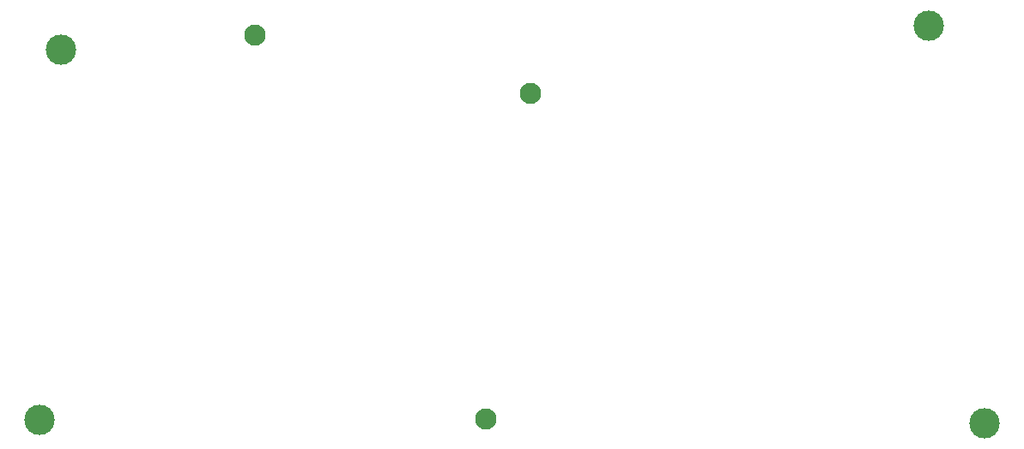
<source format=gbr>
%TF.GenerationSoftware,KiCad,Pcbnew,8.0.2*%
%TF.CreationDate,2024-07-21T16:59:23+02:00*%
%TF.ProjectId,CzlapCzlapBOT,437a6c61-7043-47a6-9c61-70424f542e6b,rev?*%
%TF.SameCoordinates,Original*%
%TF.FileFunction,NonPlated,1,2,NPTH,Drill*%
%TF.FilePolarity,Positive*%
%FSLAX46Y46*%
G04 Gerber Fmt 4.6, Leading zero omitted, Abs format (unit mm)*
G04 Created by KiCad (PCBNEW 8.0.2) date 2024-07-21 16:59:23*
%MOMM*%
%LPD*%
G01*
G04 APERTURE LIST*
%TA.AperFunction,ComponentDrill*%
%ADD10C,2.100000*%
%TD*%
%TA.AperFunction,ComponentDrill*%
%ADD11C,3.000000*%
%TD*%
G04 APERTURE END LIST*
D10*
%TO.C,U6*%
X62057400Y-125494400D03*
%TO.C,U5*%
X84856200Y-163466200D03*
%TO.C,U4*%
X89247400Y-131247000D03*
D11*
%TO.C,REF\u002A\u002A*%
X40843200Y-163474400D03*
X42926000Y-126898400D03*
X128574800Y-124561600D03*
X134061200Y-163830000D03*
M02*

</source>
